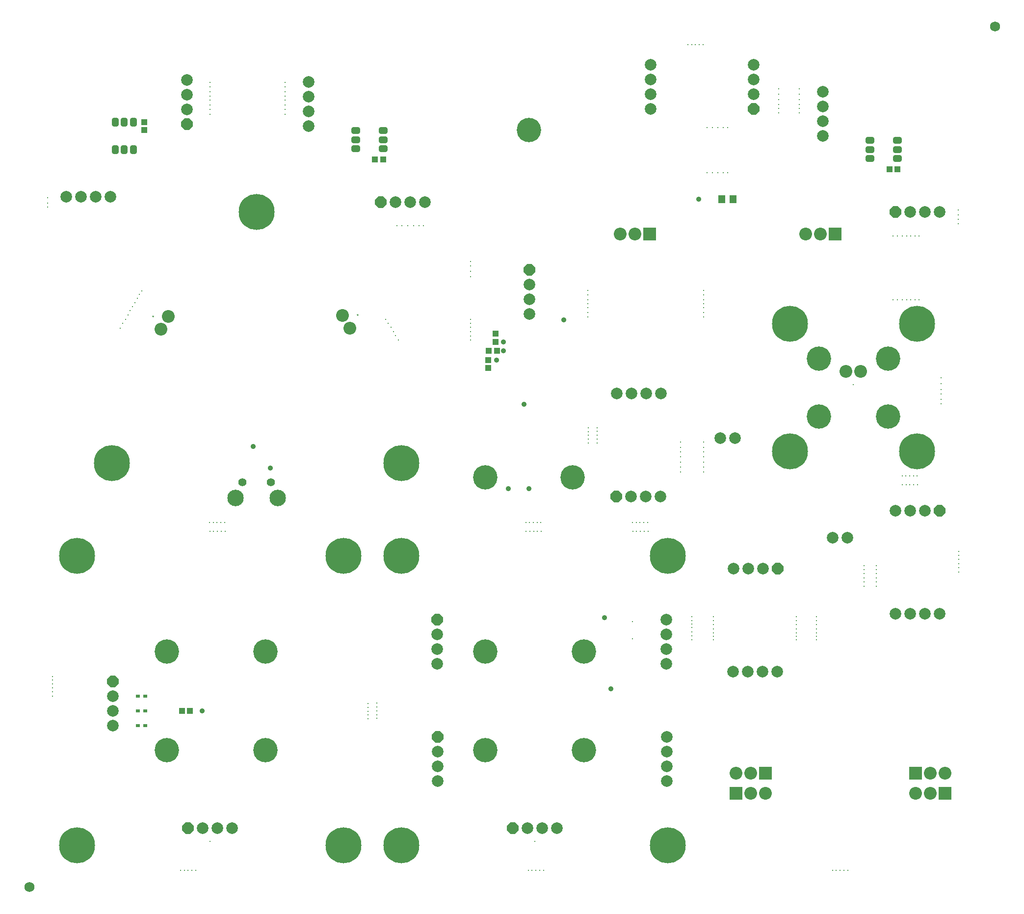
<source format=gbs>
G04 Layer_Color=16711935*
%FSLAX44Y44*%
%MOMM*%
G71*
G01*
G75*
%ADD49R,1.0532X1.0532*%
%ADD50R,1.0532X1.0532*%
G04:AMPARAMS|DCode=53|XSize=1.5032mm|YSize=1.2032mm|CornerRadius=0.3516mm|HoleSize=0mm|Usage=FLASHONLY|Rotation=360.000|XOffset=0mm|YOffset=0mm|HoleType=Round|Shape=RoundedRectangle|*
%AMROUNDEDRECTD53*
21,1,1.5032,0.5000,0,0,360.0*
21,1,0.8000,1.2032,0,0,360.0*
1,1,0.7032,0.4000,-0.2500*
1,1,0.7032,-0.4000,-0.2500*
1,1,0.7032,-0.4000,0.2500*
1,1,0.7032,0.4000,0.2500*
%
%ADD53ROUNDEDRECTD53*%
G04:AMPARAMS|DCode=60|XSize=1.5032mm|YSize=1.2032mm|CornerRadius=0.3516mm|HoleSize=0mm|Usage=FLASHONLY|Rotation=270.000|XOffset=0mm|YOffset=0mm|HoleType=Round|Shape=RoundedRectangle|*
%AMROUNDEDRECTD60*
21,1,1.5032,0.5000,0,0,270.0*
21,1,0.8000,1.2032,0,0,270.0*
1,1,0.7032,-0.2500,-0.4000*
1,1,0.7032,-0.2500,0.4000*
1,1,0.7032,0.2500,0.4000*
1,1,0.7032,0.2500,-0.4000*
%
%ADD60ROUNDEDRECTD60*%
%ADD61R,1.2032X1.4532*%
%ADD62C,0.2032*%
%ADD63C,1.7272*%
%ADD64C,4.2032*%
%ADD65P,2.1683X8X292.5*%
%ADD66C,2.0032*%
%ADD67P,2.1683X8X22.5*%
G04:AMPARAMS|DCode=68|XSize=0.2032mm|YSize=0.2032mm|CornerRadius=0mm|HoleSize=0mm|Usage=FLASHONLY|Rotation=0.000|XOffset=0mm|YOffset=0mm|HoleType=Round|Shape=RoundedRectangle|*
%AMROUNDEDRECTD68*
21,1,0.2032,0.2032,0,0,0.0*
21,1,0.2032,0.2032,0,0,0.0*
1,1,0.0000,0.1016,-0.1016*
1,1,0.0000,-0.1016,-0.1016*
1,1,0.0000,-0.1016,0.1016*
1,1,0.0000,0.1016,0.1016*
%
%ADD68ROUNDEDRECTD68*%
%ADD69C,6.2032*%
%ADD70C,0.9032*%
%ADD71C,2.2032*%
G04:AMPARAMS|DCode=72|XSize=0.2032mm|YSize=0.2032mm|CornerRadius=0mm|HoleSize=0mm|Usage=FLASHONLY|Rotation=240.000|XOffset=0mm|YOffset=0mm|HoleType=Round|Shape=RoundedRectangle|*
%AMROUNDEDRECTD72*
21,1,0.2032,0.2032,0,0,240.0*
21,1,0.2032,0.2032,0,0,240.0*
1,1,0.0000,-0.1388,-0.0372*
1,1,0.0000,-0.0372,0.1388*
1,1,0.0000,0.1388,0.0372*
1,1,0.0000,0.0372,-0.1388*
%
%ADD72ROUNDEDRECTD72*%
G04:AMPARAMS|DCode=73|XSize=0.2032mm|YSize=0.2032mm|CornerRadius=0mm|HoleSize=0mm|Usage=FLASHONLY|Rotation=120.000|XOffset=0mm|YOffset=0mm|HoleType=Round|Shape=RoundedRectangle|*
%AMROUNDEDRECTD73*
21,1,0.2032,0.2032,0,0,120.0*
21,1,0.2032,0.2032,0,0,120.0*
1,1,0.0000,0.0372,0.1388*
1,1,0.0000,0.1388,-0.0372*
1,1,0.0000,-0.0372,-0.1388*
1,1,0.0000,-0.1388,0.0372*
%
%ADD73ROUNDEDRECTD73*%
%ADD74C,1.4032*%
%ADD75C,2.8432*%
%ADD76R,2.2032X2.2032*%
%ADD77P,2.1683X8X382.5*%
%ADD78R,0.7032X0.6032*%
D49*
X271250Y322500D02*
D03*
X285250D02*
D03*
X814750Y943500D02*
D03*
X800750D02*
D03*
X604500Y1273988D02*
D03*
X618500D02*
D03*
X1492052Y1256977D02*
D03*
X1506053D02*
D03*
D50*
X800000Y927750D02*
D03*
Y913750D02*
D03*
X812750Y959250D02*
D03*
Y973250D02*
D03*
X206012Y1324500D02*
D03*
Y1338500D02*
D03*
D53*
X571250Y1292488D02*
D03*
Y1308238D02*
D03*
Y1323988D02*
D03*
X618250D02*
D03*
Y1308238D02*
D03*
Y1292488D02*
D03*
X1458802Y1275477D02*
D03*
Y1291227D02*
D03*
Y1306977D02*
D03*
X1505802D02*
D03*
Y1291227D02*
D03*
Y1275477D02*
D03*
D60*
X187512Y1291250D02*
D03*
X171762D02*
D03*
X156012D02*
D03*
Y1338250D02*
D03*
X171762D02*
D03*
X187512D02*
D03*
D61*
X1222542Y1205010D02*
D03*
X1202542D02*
D03*
D62*
X295000Y47500D02*
D03*
X288500D02*
D03*
X275250D02*
D03*
X281750D02*
D03*
X269000D02*
D03*
X895000D02*
D03*
X888500D02*
D03*
X875250D02*
D03*
X881750D02*
D03*
X869000D02*
D03*
X592500Y335000D02*
D03*
Y328500D02*
D03*
Y315250D02*
D03*
Y321750D02*
D03*
Y309000D02*
D03*
X607750Y309500D02*
D03*
Y322250D02*
D03*
Y315750D02*
D03*
Y329000D02*
D03*
Y335500D02*
D03*
X865000Y632500D02*
D03*
X871500D02*
D03*
X884750D02*
D03*
X878250D02*
D03*
X891000D02*
D03*
X890500Y647750D02*
D03*
X877750D02*
D03*
X884250D02*
D03*
X871000D02*
D03*
X864500D02*
D03*
X987500Y785000D02*
D03*
Y791500D02*
D03*
Y804750D02*
D03*
Y798250D02*
D03*
Y811000D02*
D03*
X972250Y810500D02*
D03*
Y797750D02*
D03*
Y804250D02*
D03*
Y791000D02*
D03*
Y784500D02*
D03*
X1075000Y647500D02*
D03*
X1068500D02*
D03*
X1055250D02*
D03*
X1061750D02*
D03*
X1049000D02*
D03*
X1049500Y632250D02*
D03*
X1062250D02*
D03*
X1055750D02*
D03*
X1069000D02*
D03*
X1075500D02*
D03*
X345000Y647500D02*
D03*
X338500D02*
D03*
X325250D02*
D03*
X331750D02*
D03*
X319000D02*
D03*
X319500Y632250D02*
D03*
X332250D02*
D03*
X325750D02*
D03*
X339000D02*
D03*
X345500D02*
D03*
X47750Y355250D02*
D03*
Y368750D02*
D03*
Y362250D02*
D03*
Y375500D02*
D03*
Y382000D02*
D03*
Y348000D02*
D03*
X1394000Y47500D02*
D03*
X1406750D02*
D03*
X1400250D02*
D03*
X1413500D02*
D03*
X1420000D02*
D03*
X1540500Y712250D02*
D03*
X1534000D02*
D03*
X1520750D02*
D03*
X1527250D02*
D03*
X1514500D02*
D03*
X1514000Y727500D02*
D03*
X1526750D02*
D03*
X1520250D02*
D03*
X1533500D02*
D03*
X1540000D02*
D03*
X1170500Y1472250D02*
D03*
X1164000D02*
D03*
X1150750D02*
D03*
X1157250D02*
D03*
X1144500D02*
D03*
X202000Y1047000D02*
D03*
X198000Y1041000D02*
D03*
X194000Y1034000D02*
D03*
X190000Y1027000D02*
D03*
X186000Y1020000D02*
D03*
X182000Y1013000D02*
D03*
X178000Y1006000D02*
D03*
X174000Y998000D02*
D03*
X169000Y991000D02*
D03*
X165000Y983000D02*
D03*
X1366000Y485000D02*
D03*
Y478000D02*
D03*
Y471000D02*
D03*
Y464000D02*
D03*
Y457000D02*
D03*
Y451000D02*
D03*
Y445000D02*
D03*
X1331501Y445000D02*
D03*
Y451000D02*
D03*
Y457000D02*
D03*
Y464000D02*
D03*
Y471000D02*
D03*
Y478000D02*
D03*
Y485000D02*
D03*
X1448000Y573000D02*
D03*
Y566000D02*
D03*
Y559000D02*
D03*
Y552000D02*
D03*
Y545000D02*
D03*
Y537000D02*
D03*
X1469561D02*
D03*
Y545000D02*
D03*
Y552000D02*
D03*
Y559000D02*
D03*
Y566000D02*
D03*
Y573000D02*
D03*
X1612000Y562000D02*
D03*
X1611636Y569687D02*
D03*
Y576687D02*
D03*
Y583687D02*
D03*
Y590687D02*
D03*
Y597687D02*
D03*
X623000Y998000D02*
D03*
X627000Y991000D02*
D03*
X632000Y984000D02*
D03*
X636000Y977000D02*
D03*
X640000Y970000D02*
D03*
X645000Y962000D02*
D03*
X769000Y998000D02*
D03*
Y991000D02*
D03*
Y984000D02*
D03*
Y977000D02*
D03*
Y962000D02*
D03*
Y969000D02*
D03*
Y1098000D02*
D03*
Y1090000D02*
D03*
Y1072000D02*
D03*
Y1081000D02*
D03*
X642000Y1160000D02*
D03*
X651000D02*
D03*
X661000D02*
D03*
X671000D02*
D03*
X688000D02*
D03*
X680000D02*
D03*
X449000Y1407000D02*
D03*
Y1399000D02*
D03*
Y1391000D02*
D03*
Y1383000D02*
D03*
Y1376000D02*
D03*
Y1368000D02*
D03*
Y1360000D02*
D03*
Y1352000D02*
D03*
X320000D02*
D03*
Y1360000D02*
D03*
Y1368000D02*
D03*
Y1376000D02*
D03*
Y1383000D02*
D03*
Y1391000D02*
D03*
Y1399000D02*
D03*
Y1407000D02*
D03*
X39000Y1208000D02*
D03*
Y1192000D02*
D03*
Y1199000D02*
D03*
X1188499Y445000D02*
D03*
Y451000D02*
D03*
Y457000D02*
D03*
Y464000D02*
D03*
Y471000D02*
D03*
Y478000D02*
D03*
Y485000D02*
D03*
X1151000D02*
D03*
Y478000D02*
D03*
Y472000D02*
D03*
Y466000D02*
D03*
Y459000D02*
D03*
Y452000D02*
D03*
Y445000D02*
D03*
X1171000Y786000D02*
D03*
Y777000D02*
D03*
Y769000D02*
D03*
Y761000D02*
D03*
Y752000D02*
D03*
Y743000D02*
D03*
Y735000D02*
D03*
X1131443D02*
D03*
Y743000D02*
D03*
Y752000D02*
D03*
Y761000D02*
D03*
Y769000D02*
D03*
Y777000D02*
D03*
Y786000D02*
D03*
X1171000Y1048000D02*
D03*
Y1040000D02*
D03*
Y1032000D02*
D03*
Y1025000D02*
D03*
Y1018000D02*
D03*
Y1010000D02*
D03*
Y1002000D02*
D03*
X971559D02*
D03*
Y1010000D02*
D03*
Y1018000D02*
D03*
Y1025000D02*
D03*
Y1032000D02*
D03*
Y1040000D02*
D03*
Y1048000D02*
D03*
X1177000Y1251000D02*
D03*
X1213000D02*
D03*
X1205000D02*
D03*
X1187000D02*
D03*
X1196000D02*
D03*
Y1329000D02*
D03*
X1187000D02*
D03*
X1205000D02*
D03*
X1213000D02*
D03*
X1177000D02*
D03*
X1301000Y1396000D02*
D03*
Y1387000D02*
D03*
Y1377000D02*
D03*
Y1369000D02*
D03*
Y1362000D02*
D03*
Y1354000D02*
D03*
X1336552D02*
D03*
Y1362000D02*
D03*
Y1369000D02*
D03*
Y1377000D02*
D03*
Y1387000D02*
D03*
Y1396000D02*
D03*
X1498000Y1142000D02*
D03*
X1506000D02*
D03*
X1514000D02*
D03*
X1522000D02*
D03*
X1543000D02*
D03*
X1536000D02*
D03*
X1529000D02*
D03*
Y1031989D02*
D03*
X1536000D02*
D03*
X1543000D02*
D03*
X1522000D02*
D03*
X1514000D02*
D03*
X1506000D02*
D03*
X1498000D02*
D03*
X1611000Y1187000D02*
D03*
Y1178000D02*
D03*
Y1171000D02*
D03*
Y1163000D02*
D03*
X1581000Y897000D02*
D03*
Y887000D02*
D03*
Y877000D02*
D03*
Y869000D02*
D03*
Y860000D02*
D03*
Y852000D02*
D03*
X1048750Y476500D02*
D03*
Y446500D02*
D03*
D63*
X1674000Y1503000D02*
D03*
X8000Y18000D02*
D03*
D64*
X415000Y255000D02*
D03*
Y425000D02*
D03*
X245000D02*
D03*
Y255000D02*
D03*
X795000Y725000D02*
D03*
X945000D02*
D03*
X870000Y1325000D02*
D03*
X1490000Y930000D02*
D03*
X1370000D02*
D03*
Y830000D02*
D03*
X1490000D02*
D03*
X965000Y425000D02*
D03*
X795000D02*
D03*
Y255000D02*
D03*
X965000D02*
D03*
D65*
X152000Y373350D02*
D03*
X871250Y1083150D02*
D03*
X712000Y479850D02*
D03*
X712500Y277150D02*
D03*
X1257750Y1361100D02*
D03*
X280012Y1334600D02*
D03*
D66*
X152000Y347950D02*
D03*
Y322550D02*
D03*
Y297150D02*
D03*
X358100Y120000D02*
D03*
X332700D02*
D03*
X307300D02*
D03*
X871250Y1057750D02*
D03*
Y1032350D02*
D03*
Y1006950D02*
D03*
X1394458Y620990D02*
D03*
X1419858D02*
D03*
X1107250Y480050D02*
D03*
Y403850D02*
D03*
Y429250D02*
D03*
Y454650D02*
D03*
X918100Y120000D02*
D03*
X892700D02*
D03*
X867300D02*
D03*
X712000Y403650D02*
D03*
Y429050D02*
D03*
Y454450D02*
D03*
X1108000Y277400D02*
D03*
Y201200D02*
D03*
Y226600D02*
D03*
Y252000D02*
D03*
X712500Y200950D02*
D03*
Y226350D02*
D03*
Y251750D02*
D03*
X1553500Y667750D02*
D03*
X1528100D02*
D03*
X1502700D02*
D03*
X1578600Y490000D02*
D03*
X1502400D02*
D03*
X1527800D02*
D03*
X1553200D02*
D03*
X1273500Y567750D02*
D03*
X1248100D02*
D03*
X1222700D02*
D03*
X1298600Y390000D02*
D03*
X1222400D02*
D03*
X1247800D02*
D03*
X1273200D02*
D03*
X1046500Y692250D02*
D03*
X1071900D02*
D03*
X1097300D02*
D03*
X1021400Y870000D02*
D03*
X1097600D02*
D03*
X1072200D02*
D03*
X1046800D02*
D03*
X1257750Y1386500D02*
D03*
Y1411900D02*
D03*
Y1437300D02*
D03*
X1080000Y1361400D02*
D03*
Y1437600D02*
D03*
Y1412200D02*
D03*
Y1386800D02*
D03*
X280012Y1360000D02*
D03*
Y1385400D02*
D03*
Y1410800D02*
D03*
X148112Y1210000D02*
D03*
X71912D02*
D03*
X97312D02*
D03*
X122712D02*
D03*
X640000Y1199988D02*
D03*
X665400D02*
D03*
X690800D02*
D03*
X490000Y1331888D02*
D03*
Y1408088D02*
D03*
Y1382688D02*
D03*
Y1357288D02*
D03*
X1527552Y1182977D02*
D03*
X1552953D02*
D03*
X1578353D02*
D03*
X1377552Y1314877D02*
D03*
Y1391077D02*
D03*
Y1365677D02*
D03*
Y1340277D02*
D03*
X1199842Y793010D02*
D03*
X1225242D02*
D03*
D67*
X281900Y120000D02*
D03*
X841900Y120000D02*
D03*
X1578900Y667750D02*
D03*
X1298900Y567750D02*
D03*
D68*
X320000Y97200D02*
D03*
X1430000Y885000D02*
D03*
X880000Y97200D02*
D03*
D69*
X550000Y590000D02*
D03*
X90000D02*
D03*
Y90000D02*
D03*
X550000D02*
D03*
X400000Y1183013D02*
D03*
X150000Y750003D02*
D03*
X650000D02*
D03*
X1320000Y990000D02*
D03*
X1540000D02*
D03*
Y770000D02*
D03*
X1320000D02*
D03*
X1110000Y590000D02*
D03*
X650000D02*
D03*
Y90000D02*
D03*
X1110000D02*
D03*
D70*
X306500Y322500D02*
D03*
X424000Y741013D02*
D03*
X394250Y779013D02*
D03*
X814250Y927750D02*
D03*
X826000Y959250D02*
D03*
Y943500D02*
D03*
X834000Y705750D02*
D03*
X861500Y851750D02*
D03*
X930250Y997250D02*
D03*
X870000Y705750D02*
D03*
X1011750Y360250D02*
D03*
X1000250Y483500D02*
D03*
X1162542Y1205010D02*
D03*
D71*
X247350Y1003011D02*
D03*
X234650Y981014D02*
D03*
X561350Y983014D02*
D03*
X548650Y1005011D02*
D03*
X1562458Y214990D02*
D03*
X1587858D02*
D03*
X1252458D02*
D03*
X1227058D02*
D03*
X1562458Y179990D02*
D03*
X1537058D02*
D03*
X1252458D02*
D03*
X1277858D02*
D03*
X1417300Y907800D02*
D03*
X1442700D02*
D03*
X1027142Y1145010D02*
D03*
X1052542D02*
D03*
X1347142D02*
D03*
X1372542D02*
D03*
D72*
X221255Y1003413D02*
D03*
D73*
X574745Y1005413D02*
D03*
D74*
X375750Y716813D02*
D03*
X424250D02*
D03*
D75*
X363750Y690013D02*
D03*
X436250D02*
D03*
D76*
X1537058Y214990D02*
D03*
X1277858D02*
D03*
X1587858Y179990D02*
D03*
X1227058D02*
D03*
X1077942Y1145010D02*
D03*
X1397942D02*
D03*
D77*
X1021100Y692250D02*
D03*
X614600Y1199988D02*
D03*
X1502153Y1182977D02*
D03*
D78*
X195000Y322500D02*
D03*
X208000D02*
D03*
X195000Y348000D02*
D03*
X208000D02*
D03*
X195000Y297250D02*
D03*
X208000D02*
D03*
M02*

</source>
